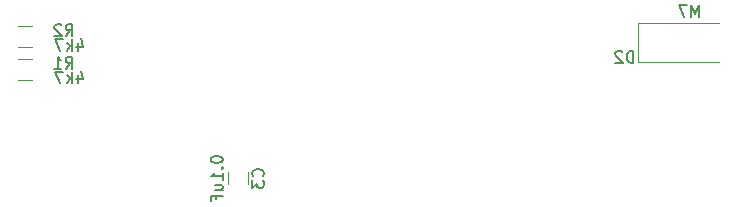
<source format=gbr>
G04 #@! TF.FileFunction,Legend,Bot*
%FSLAX46Y46*%
G04 Gerber Fmt 4.6, Leading zero omitted, Abs format (unit mm)*
G04 Created by KiCad (PCBNEW 4.0.6-e0-6349~53~ubuntu16.04.1) date Wed Jun 28 19:47:55 2017*
%MOMM*%
%LPD*%
G01*
G04 APERTURE LIST*
%ADD10C,0.100000*%
%ADD11C,0.120000*%
%ADD12C,0.150000*%
G04 APERTURE END LIST*
D10*
D11*
X75100000Y-89000000D02*
X75100000Y-90000000D01*
X73400000Y-90000000D02*
X73400000Y-89000000D01*
X55650000Y-81130000D02*
X56850000Y-81130000D01*
X56850000Y-79370000D02*
X55650000Y-79370000D01*
X55650000Y-78380000D02*
X56850000Y-78380000D01*
X56850000Y-76620000D02*
X55650000Y-76620000D01*
X108100000Y-79650000D02*
X108100000Y-76350000D01*
X108100000Y-76350000D02*
X115000000Y-76350000D01*
X108100000Y-79650000D02*
X115000000Y-79650000D01*
D12*
X76357143Y-89333334D02*
X76404762Y-89285715D01*
X76452381Y-89142858D01*
X76452381Y-89047620D01*
X76404762Y-88904762D01*
X76309524Y-88809524D01*
X76214286Y-88761905D01*
X76023810Y-88714286D01*
X75880952Y-88714286D01*
X75690476Y-88761905D01*
X75595238Y-88809524D01*
X75500000Y-88904762D01*
X75452381Y-89047620D01*
X75452381Y-89142858D01*
X75500000Y-89285715D01*
X75547619Y-89333334D01*
X75452381Y-89666667D02*
X75452381Y-90285715D01*
X75833333Y-89952381D01*
X75833333Y-90095239D01*
X75880952Y-90190477D01*
X75928571Y-90238096D01*
X76023810Y-90285715D01*
X76261905Y-90285715D01*
X76357143Y-90238096D01*
X76404762Y-90190477D01*
X76452381Y-90095239D01*
X76452381Y-89809524D01*
X76404762Y-89714286D01*
X76357143Y-89666667D01*
X71952381Y-87857143D02*
X71952381Y-87952382D01*
X72000000Y-88047620D01*
X72047619Y-88095239D01*
X72142857Y-88142858D01*
X72333333Y-88190477D01*
X72571429Y-88190477D01*
X72761905Y-88142858D01*
X72857143Y-88095239D01*
X72904762Y-88047620D01*
X72952381Y-87952382D01*
X72952381Y-87857143D01*
X72904762Y-87761905D01*
X72857143Y-87714286D01*
X72761905Y-87666667D01*
X72571429Y-87619048D01*
X72333333Y-87619048D01*
X72142857Y-87666667D01*
X72047619Y-87714286D01*
X72000000Y-87761905D01*
X71952381Y-87857143D01*
X72857143Y-88619048D02*
X72904762Y-88666667D01*
X72952381Y-88619048D01*
X72904762Y-88571429D01*
X72857143Y-88619048D01*
X72952381Y-88619048D01*
X72952381Y-89619048D02*
X72952381Y-89047619D01*
X72952381Y-89333333D02*
X71952381Y-89333333D01*
X72095238Y-89238095D01*
X72190476Y-89142857D01*
X72238095Y-89047619D01*
X72285714Y-90476191D02*
X72952381Y-90476191D01*
X72285714Y-90047619D02*
X72809524Y-90047619D01*
X72904762Y-90095238D01*
X72952381Y-90190476D01*
X72952381Y-90333334D01*
X72904762Y-90428572D01*
X72857143Y-90476191D01*
X72428571Y-91285715D02*
X72428571Y-90952381D01*
X72952381Y-90952381D02*
X71952381Y-90952381D01*
X71952381Y-91428572D01*
X59666666Y-80202381D02*
X60000000Y-79726190D01*
X60238095Y-80202381D02*
X60238095Y-79202381D01*
X59857142Y-79202381D01*
X59761904Y-79250000D01*
X59714285Y-79297619D01*
X59666666Y-79392857D01*
X59666666Y-79535714D01*
X59714285Y-79630952D01*
X59761904Y-79678571D01*
X59857142Y-79726190D01*
X60238095Y-79726190D01*
X58714285Y-80202381D02*
X59285714Y-80202381D01*
X59000000Y-80202381D02*
X59000000Y-79202381D01*
X59095238Y-79345238D01*
X59190476Y-79440476D01*
X59285714Y-79488095D01*
X60690476Y-80785714D02*
X60690476Y-81452381D01*
X60928572Y-80404762D02*
X61166667Y-81119048D01*
X60547619Y-81119048D01*
X60166667Y-81452381D02*
X60166667Y-80452381D01*
X60071429Y-81071429D02*
X59785714Y-81452381D01*
X59785714Y-80785714D02*
X60166667Y-81166667D01*
X59452381Y-80452381D02*
X58785714Y-80452381D01*
X59214286Y-81452381D01*
X59666666Y-77452381D02*
X60000000Y-76976190D01*
X60238095Y-77452381D02*
X60238095Y-76452381D01*
X59857142Y-76452381D01*
X59761904Y-76500000D01*
X59714285Y-76547619D01*
X59666666Y-76642857D01*
X59666666Y-76785714D01*
X59714285Y-76880952D01*
X59761904Y-76928571D01*
X59857142Y-76976190D01*
X60238095Y-76976190D01*
X59285714Y-76547619D02*
X59238095Y-76500000D01*
X59142857Y-76452381D01*
X58904761Y-76452381D01*
X58809523Y-76500000D01*
X58761904Y-76547619D01*
X58714285Y-76642857D01*
X58714285Y-76738095D01*
X58761904Y-76880952D01*
X59333333Y-77452381D01*
X58714285Y-77452381D01*
X60690476Y-78035714D02*
X60690476Y-78702381D01*
X60928572Y-77654762D02*
X61166667Y-78369048D01*
X60547619Y-78369048D01*
X60166667Y-78702381D02*
X60166667Y-77702381D01*
X60071429Y-78321429D02*
X59785714Y-78702381D01*
X59785714Y-78035714D02*
X60166667Y-78416667D01*
X59452381Y-77702381D02*
X58785714Y-77702381D01*
X59214286Y-78702381D01*
X107738095Y-79702381D02*
X107738095Y-78702381D01*
X107500000Y-78702381D01*
X107357142Y-78750000D01*
X107261904Y-78845238D01*
X107214285Y-78940476D01*
X107166666Y-79130952D01*
X107166666Y-79273810D01*
X107214285Y-79464286D01*
X107261904Y-79559524D01*
X107357142Y-79654762D01*
X107500000Y-79702381D01*
X107738095Y-79702381D01*
X106785714Y-78797619D02*
X106738095Y-78750000D01*
X106642857Y-78702381D01*
X106404761Y-78702381D01*
X106309523Y-78750000D01*
X106261904Y-78797619D01*
X106214285Y-78892857D01*
X106214285Y-78988095D01*
X106261904Y-79130952D01*
X106833333Y-79702381D01*
X106214285Y-79702381D01*
X113309524Y-75852381D02*
X113309524Y-74852381D01*
X112976190Y-75566667D01*
X112642857Y-74852381D01*
X112642857Y-75852381D01*
X112261905Y-74852381D02*
X111595238Y-74852381D01*
X112023810Y-75852381D01*
M02*

</source>
